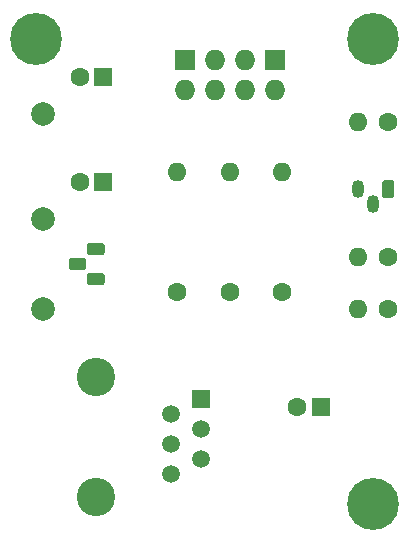
<source format=gbr>
G04 #@! TF.GenerationSoftware,KiCad,Pcbnew,(5.0.0-3-g5ebb6b6)*
G04 #@! TF.CreationDate,2018-11-13T12:47:17+01:00*
G04 #@! TF.ProjectId,DSMRlogger_v3,44534D526C6F676765725F76332E6B69,rev?*
G04 #@! TF.SameCoordinates,Original*
G04 #@! TF.FileFunction,Soldermask,Bot*
G04 #@! TF.FilePolarity,Negative*
%FSLAX46Y46*%
G04 Gerber Fmt 4.6, Leading zero omitted, Abs format (unit mm)*
G04 Created by KiCad (PCBNEW (5.0.0-3-g5ebb6b6)) date Tuesday, 13 November 2018 at 12:47:17*
%MOMM*%
%LPD*%
G01*
G04 APERTURE LIST*
%ADD10O,1.050000X1.500000*%
%ADD11C,0.100000*%
%ADD12C,1.050000*%
%ADD13C,1.600000*%
%ADD14O,1.600000X1.600000*%
%ADD15R,1.600000X1.600000*%
%ADD16R,1.700000X1.700000*%
%ADD17O,1.700000X1.700000*%
%ADD18R,1.727200X1.727200*%
%ADD19O,1.727200X1.727200*%
%ADD20C,4.400000*%
%ADD21C,2.000000*%
%ADD22C,3.250000*%
%ADD23C,1.520000*%
%ADD24R,1.520000X1.520000*%
G04 APERTURE END LIST*
D10*
G04 #@! TO.C,Q1*
X71755000Y-45085000D03*
X70485000Y-43815000D03*
D11*
G36*
X73313229Y-43066264D02*
X73338711Y-43070044D01*
X73363700Y-43076303D01*
X73387954Y-43084982D01*
X73411242Y-43095996D01*
X73433337Y-43109239D01*
X73454028Y-43124585D01*
X73473116Y-43141884D01*
X73490415Y-43160972D01*
X73505761Y-43181663D01*
X73519004Y-43203758D01*
X73530018Y-43227046D01*
X73538697Y-43251300D01*
X73544956Y-43276289D01*
X73548736Y-43301771D01*
X73550000Y-43327500D01*
X73550000Y-44302500D01*
X73548736Y-44328229D01*
X73544956Y-44353711D01*
X73538697Y-44378700D01*
X73530018Y-44402954D01*
X73519004Y-44426242D01*
X73505761Y-44448337D01*
X73490415Y-44469028D01*
X73473116Y-44488116D01*
X73454028Y-44505415D01*
X73433337Y-44520761D01*
X73411242Y-44534004D01*
X73387954Y-44545018D01*
X73363700Y-44553697D01*
X73338711Y-44559956D01*
X73313229Y-44563736D01*
X73287500Y-44565000D01*
X72762500Y-44565000D01*
X72736771Y-44563736D01*
X72711289Y-44559956D01*
X72686300Y-44553697D01*
X72662046Y-44545018D01*
X72638758Y-44534004D01*
X72616663Y-44520761D01*
X72595972Y-44505415D01*
X72576884Y-44488116D01*
X72559585Y-44469028D01*
X72544239Y-44448337D01*
X72530996Y-44426242D01*
X72519982Y-44402954D01*
X72511303Y-44378700D01*
X72505044Y-44353711D01*
X72501264Y-44328229D01*
X72500000Y-44302500D01*
X72500000Y-43327500D01*
X72501264Y-43301771D01*
X72505044Y-43276289D01*
X72511303Y-43251300D01*
X72519982Y-43227046D01*
X72530996Y-43203758D01*
X72544239Y-43181663D01*
X72559585Y-43160972D01*
X72576884Y-43141884D01*
X72595972Y-43124585D01*
X72616663Y-43109239D01*
X72638758Y-43095996D01*
X72662046Y-43084982D01*
X72686300Y-43076303D01*
X72711289Y-43070044D01*
X72736771Y-43066264D01*
X72762500Y-43065000D01*
X73287500Y-43065000D01*
X73313229Y-43066264D01*
X73313229Y-43066264D01*
G37*
D12*
X73025000Y-43815000D03*
G04 #@! TD*
D11*
G04 #@! TO.C,U1*
G36*
X47233229Y-49641264D02*
X47258711Y-49645044D01*
X47283700Y-49651303D01*
X47307954Y-49659982D01*
X47331242Y-49670996D01*
X47353337Y-49684239D01*
X47374028Y-49699585D01*
X47393116Y-49716884D01*
X47410415Y-49735972D01*
X47425761Y-49756663D01*
X47439004Y-49778758D01*
X47450018Y-49802046D01*
X47458697Y-49826300D01*
X47464956Y-49851289D01*
X47468736Y-49876771D01*
X47470000Y-49902500D01*
X47470000Y-50427500D01*
X47468736Y-50453229D01*
X47464956Y-50478711D01*
X47458697Y-50503700D01*
X47450018Y-50527954D01*
X47439004Y-50551242D01*
X47425761Y-50573337D01*
X47410415Y-50594028D01*
X47393116Y-50613116D01*
X47374028Y-50630415D01*
X47353337Y-50645761D01*
X47331242Y-50659004D01*
X47307954Y-50670018D01*
X47283700Y-50678697D01*
X47258711Y-50684956D01*
X47233229Y-50688736D01*
X47207500Y-50690000D01*
X46232500Y-50690000D01*
X46206771Y-50688736D01*
X46181289Y-50684956D01*
X46156300Y-50678697D01*
X46132046Y-50670018D01*
X46108758Y-50659004D01*
X46086663Y-50645761D01*
X46065972Y-50630415D01*
X46046884Y-50613116D01*
X46029585Y-50594028D01*
X46014239Y-50573337D01*
X46000996Y-50551242D01*
X45989982Y-50527954D01*
X45981303Y-50503700D01*
X45975044Y-50478711D01*
X45971264Y-50453229D01*
X45970000Y-50427500D01*
X45970000Y-49902500D01*
X45971264Y-49876771D01*
X45975044Y-49851289D01*
X45981303Y-49826300D01*
X45989982Y-49802046D01*
X46000996Y-49778758D01*
X46014239Y-49756663D01*
X46029585Y-49735972D01*
X46046884Y-49716884D01*
X46065972Y-49699585D01*
X46086663Y-49684239D01*
X46108758Y-49670996D01*
X46132046Y-49659982D01*
X46156300Y-49651303D01*
X46181289Y-49645044D01*
X46206771Y-49641264D01*
X46232500Y-49640000D01*
X47207500Y-49640000D01*
X47233229Y-49641264D01*
X47233229Y-49641264D01*
G37*
D12*
X46720000Y-50165000D03*
D11*
G36*
X48773229Y-48371264D02*
X48798711Y-48375044D01*
X48823700Y-48381303D01*
X48847954Y-48389982D01*
X48871242Y-48400996D01*
X48893337Y-48414239D01*
X48914028Y-48429585D01*
X48933116Y-48446884D01*
X48950415Y-48465972D01*
X48965761Y-48486663D01*
X48979004Y-48508758D01*
X48990018Y-48532046D01*
X48998697Y-48556300D01*
X49004956Y-48581289D01*
X49008736Y-48606771D01*
X49010000Y-48632500D01*
X49010000Y-49157500D01*
X49008736Y-49183229D01*
X49004956Y-49208711D01*
X48998697Y-49233700D01*
X48990018Y-49257954D01*
X48979004Y-49281242D01*
X48965761Y-49303337D01*
X48950415Y-49324028D01*
X48933116Y-49343116D01*
X48914028Y-49360415D01*
X48893337Y-49375761D01*
X48871242Y-49389004D01*
X48847954Y-49400018D01*
X48823700Y-49408697D01*
X48798711Y-49414956D01*
X48773229Y-49418736D01*
X48747500Y-49420000D01*
X47772500Y-49420000D01*
X47746771Y-49418736D01*
X47721289Y-49414956D01*
X47696300Y-49408697D01*
X47672046Y-49400018D01*
X47648758Y-49389004D01*
X47626663Y-49375761D01*
X47605972Y-49360415D01*
X47586884Y-49343116D01*
X47569585Y-49324028D01*
X47554239Y-49303337D01*
X47540996Y-49281242D01*
X47529982Y-49257954D01*
X47521303Y-49233700D01*
X47515044Y-49208711D01*
X47511264Y-49183229D01*
X47510000Y-49157500D01*
X47510000Y-48632500D01*
X47511264Y-48606771D01*
X47515044Y-48581289D01*
X47521303Y-48556300D01*
X47529982Y-48532046D01*
X47540996Y-48508758D01*
X47554239Y-48486663D01*
X47569585Y-48465972D01*
X47586884Y-48446884D01*
X47605972Y-48429585D01*
X47626663Y-48414239D01*
X47648758Y-48400996D01*
X47672046Y-48389982D01*
X47696300Y-48381303D01*
X47721289Y-48375044D01*
X47746771Y-48371264D01*
X47772500Y-48370000D01*
X48747500Y-48370000D01*
X48773229Y-48371264D01*
X48773229Y-48371264D01*
G37*
D12*
X48260000Y-48895000D03*
D11*
G36*
X48773229Y-50911264D02*
X48798711Y-50915044D01*
X48823700Y-50921303D01*
X48847954Y-50929982D01*
X48871242Y-50940996D01*
X48893337Y-50954239D01*
X48914028Y-50969585D01*
X48933116Y-50986884D01*
X48950415Y-51005972D01*
X48965761Y-51026663D01*
X48979004Y-51048758D01*
X48990018Y-51072046D01*
X48998697Y-51096300D01*
X49004956Y-51121289D01*
X49008736Y-51146771D01*
X49010000Y-51172500D01*
X49010000Y-51697500D01*
X49008736Y-51723229D01*
X49004956Y-51748711D01*
X48998697Y-51773700D01*
X48990018Y-51797954D01*
X48979004Y-51821242D01*
X48965761Y-51843337D01*
X48950415Y-51864028D01*
X48933116Y-51883116D01*
X48914028Y-51900415D01*
X48893337Y-51915761D01*
X48871242Y-51929004D01*
X48847954Y-51940018D01*
X48823700Y-51948697D01*
X48798711Y-51954956D01*
X48773229Y-51958736D01*
X48747500Y-51960000D01*
X47772500Y-51960000D01*
X47746771Y-51958736D01*
X47721289Y-51954956D01*
X47696300Y-51948697D01*
X47672046Y-51940018D01*
X47648758Y-51929004D01*
X47626663Y-51915761D01*
X47605972Y-51900415D01*
X47586884Y-51883116D01*
X47569585Y-51864028D01*
X47554239Y-51843337D01*
X47540996Y-51821242D01*
X47529982Y-51797954D01*
X47521303Y-51773700D01*
X47515044Y-51748711D01*
X47511264Y-51723229D01*
X47510000Y-51697500D01*
X47510000Y-51172500D01*
X47511264Y-51146771D01*
X47515044Y-51121289D01*
X47521303Y-51096300D01*
X47529982Y-51072046D01*
X47540996Y-51048758D01*
X47554239Y-51026663D01*
X47569585Y-51005972D01*
X47586884Y-50986884D01*
X47605972Y-50969585D01*
X47626663Y-50954239D01*
X47648758Y-50940996D01*
X47672046Y-50929982D01*
X47696300Y-50921303D01*
X47721289Y-50915044D01*
X47746771Y-50911264D01*
X47772500Y-50910000D01*
X48747500Y-50910000D01*
X48773229Y-50911264D01*
X48773229Y-50911264D01*
G37*
D12*
X48260000Y-51435000D03*
G04 #@! TD*
D13*
G04 #@! TO.C,R2*
X73025000Y-53975000D03*
D14*
X70485000Y-53975000D03*
G04 #@! TD*
D13*
G04 #@! TO.C,C1*
X46895000Y-43180000D03*
D15*
X48895000Y-43180000D03*
G04 #@! TD*
G04 #@! TO.C,C2*
X67310000Y-62230000D03*
D13*
X65310000Y-62230000D03*
G04 #@! TD*
D15*
G04 #@! TO.C,C3*
X48895000Y-34290000D03*
D13*
X46895000Y-34290000D03*
G04 #@! TD*
D16*
G04 #@! TO.C,J2*
X55785234Y-32858601D03*
D17*
X58325234Y-32858601D03*
X58325234Y-35398601D03*
X60865234Y-32858601D03*
X60865234Y-35398601D03*
X63405234Y-32858601D03*
X63405234Y-35398601D03*
G04 #@! TD*
D13*
G04 #@! TO.C,R1*
X73025000Y-49530000D03*
D14*
X70485000Y-49530000D03*
G04 #@! TD*
G04 #@! TO.C,R3*
X70485000Y-38100000D03*
D13*
X73025000Y-38100000D03*
G04 #@! TD*
D18*
G04 #@! TO.C,U2*
X63405234Y-32858601D03*
D19*
X63405234Y-35398601D03*
X60865234Y-32858601D03*
X60865234Y-35398601D03*
X58325234Y-32858601D03*
X58325234Y-35398601D03*
X55785234Y-32858601D03*
X55785234Y-35398601D03*
G04 #@! TD*
D20*
G04 #@! TO.C,MH1*
X43180000Y-31115000D03*
G04 #@! TD*
G04 #@! TO.C,MH3*
X71755000Y-31115000D03*
G04 #@! TD*
G04 #@! TO.C,MH4*
X71755000Y-70485000D03*
G04 #@! TD*
D13*
G04 #@! TO.C,R4*
X64040234Y-52543601D03*
D14*
X64040234Y-42383601D03*
G04 #@! TD*
G04 #@! TO.C,R5*
X59595234Y-42383601D03*
D13*
X59595234Y-52543601D03*
G04 #@! TD*
G04 #@! TO.C,R6*
X55150234Y-52543601D03*
D14*
X55150234Y-42383601D03*
G04 #@! TD*
D21*
G04 #@! TO.C,J3*
X43815000Y-46355000D03*
G04 #@! TD*
G04 #@! TO.C,J4*
X43815000Y-37465000D03*
G04 #@! TD*
G04 #@! TO.C,J5*
X43815000Y-53975000D03*
G04 #@! TD*
D22*
G04 #@! TO.C,J1*
X48260000Y-69845000D03*
D23*
X54610000Y-67945000D03*
X57150000Y-66675000D03*
X54610000Y-65405000D03*
X57150000Y-64135000D03*
X54610000Y-62865000D03*
D22*
X48260000Y-59685000D03*
D24*
X57150000Y-61595000D03*
G04 #@! TD*
M02*

</source>
